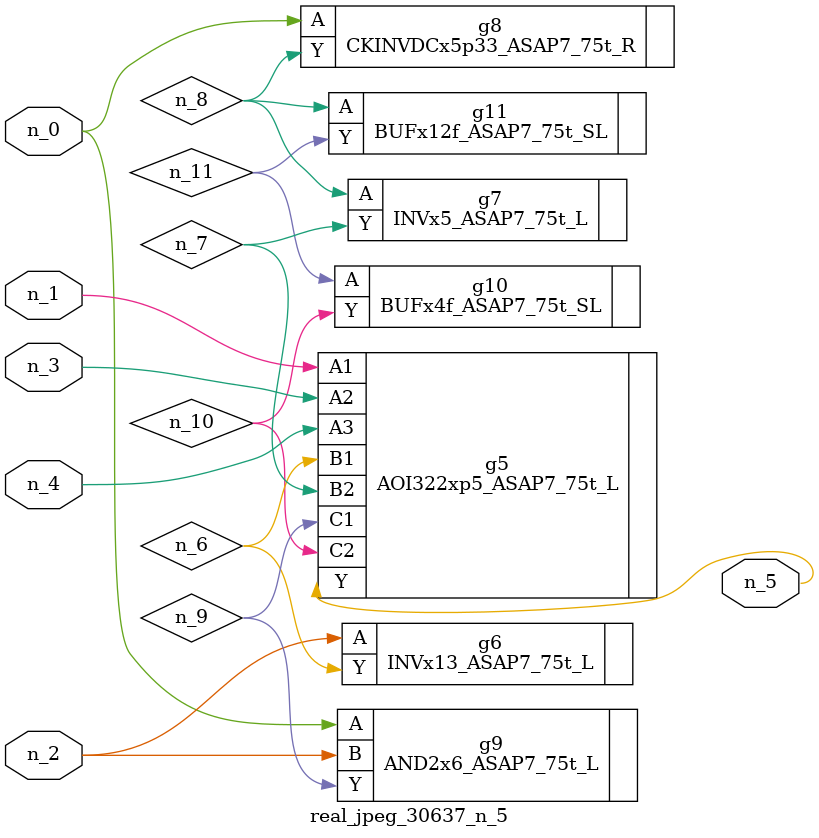
<source format=v>
module real_jpeg_30637_n_5 (n_4, n_0, n_1, n_2, n_3, n_5);

input n_4;
input n_0;
input n_1;
input n_2;
input n_3;

output n_5;

wire n_8;
wire n_11;
wire n_6;
wire n_7;
wire n_10;
wire n_9;

CKINVDCx5p33_ASAP7_75t_R g8 ( 
.A(n_0),
.Y(n_8)
);

AND2x6_ASAP7_75t_L g9 ( 
.A(n_0),
.B(n_2),
.Y(n_9)
);

AOI322xp5_ASAP7_75t_L g5 ( 
.A1(n_1),
.A2(n_3),
.A3(n_4),
.B1(n_6),
.B2(n_7),
.C1(n_9),
.C2(n_10),
.Y(n_5)
);

INVx13_ASAP7_75t_L g6 ( 
.A(n_2),
.Y(n_6)
);

INVx5_ASAP7_75t_L g7 ( 
.A(n_8),
.Y(n_7)
);

BUFx12f_ASAP7_75t_SL g11 ( 
.A(n_8),
.Y(n_11)
);

BUFx4f_ASAP7_75t_SL g10 ( 
.A(n_11),
.Y(n_10)
);


endmodule
</source>
